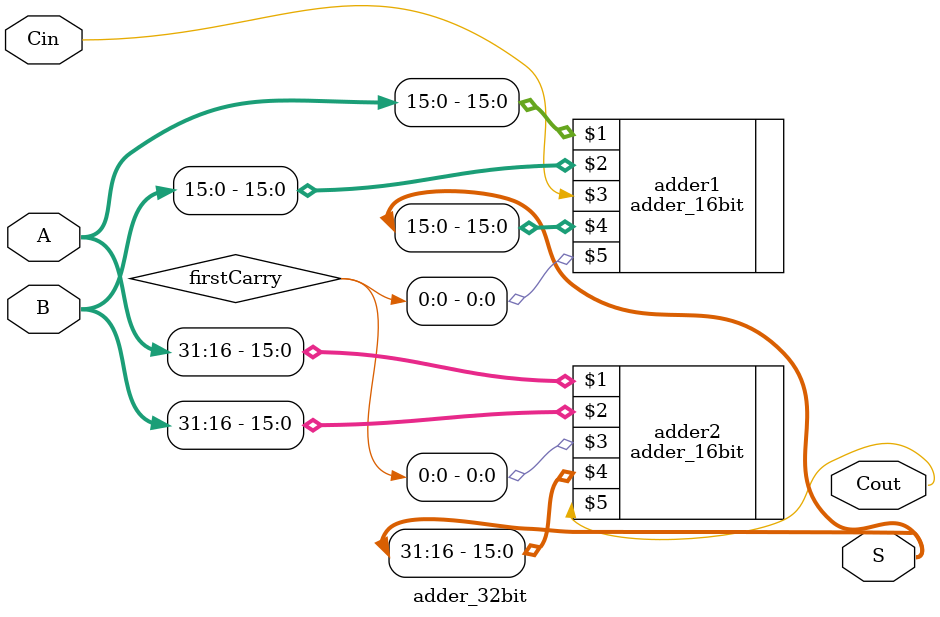
<source format=v>
module adder_32bit(input [31:0] A, input [31:0] B, input Cin, output [31:0] S, output Cout);

wire[3:0] firstCarry;

adder_16bit adder1(A[15:0], B[15:0], Cin, S[15:0], firstCarry[0]);
adder_16bit adder2(A[31:16], B[31:16], firstCarry[0], S[31:16], Cout);


endmodule
</source>
